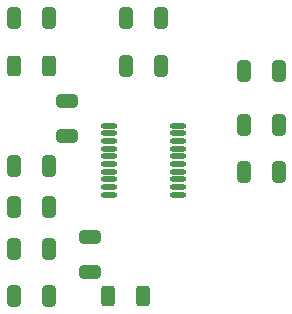
<source format=gbr>
%TF.GenerationSoftware,KiCad,Pcbnew,8.0.6*%
%TF.CreationDate,2025-11-11T21:27:36-08:00*%
%TF.ProjectId,I2S_Dac,4932535f-4461-4632-9e6b-696361645f70,rev?*%
%TF.SameCoordinates,Original*%
%TF.FileFunction,Paste,Top*%
%TF.FilePolarity,Positive*%
%FSLAX46Y46*%
G04 Gerber Fmt 4.6, Leading zero omitted, Abs format (unit mm)*
G04 Created by KiCad (PCBNEW 8.0.6) date 2025-11-11 21:27:36*
%MOMM*%
%LPD*%
G01*
G04 APERTURE LIST*
G04 Aperture macros list*
%AMRoundRect*
0 Rectangle with rounded corners*
0 $1 Rounding radius*
0 $2 $3 $4 $5 $6 $7 $8 $9 X,Y pos of 4 corners*
0 Add a 4 corners polygon primitive as box body*
4,1,4,$2,$3,$4,$5,$6,$7,$8,$9,$2,$3,0*
0 Add four circle primitives for the rounded corners*
1,1,$1+$1,$2,$3*
1,1,$1+$1,$4,$5*
1,1,$1+$1,$6,$7*
1,1,$1+$1,$8,$9*
0 Add four rect primitives between the rounded corners*
20,1,$1+$1,$2,$3,$4,$5,0*
20,1,$1+$1,$4,$5,$6,$7,0*
20,1,$1+$1,$6,$7,$8,$9,0*
20,1,$1+$1,$8,$9,$2,$3,0*%
G04 Aperture macros list end*
%ADD10O,1.400000X0.449999*%
%ADD11RoundRect,0.250000X-0.312500X-0.625000X0.312500X-0.625000X0.312500X0.625000X-0.312500X0.625000X0*%
%ADD12RoundRect,0.250000X-0.650000X0.325000X-0.650000X-0.325000X0.650000X-0.325000X0.650000X0.325000X0*%
%ADD13RoundRect,0.250000X-0.325000X-0.650000X0.325000X-0.650000X0.325000X0.650000X-0.325000X0.650000X0*%
%ADD14RoundRect,0.250000X0.325000X0.650000X-0.325000X0.650000X-0.325000X-0.650000X0.325000X-0.650000X0*%
G04 APERTURE END LIST*
D10*
%TO.C,U1*%
X125550001Y-74075002D03*
X125550001Y-74725003D03*
X125550001Y-75375002D03*
X125550001Y-76025003D03*
X125550001Y-76675002D03*
X125550001Y-77325003D03*
X125550001Y-77975002D03*
X125550001Y-78625003D03*
X125550001Y-79275002D03*
X125550001Y-79925003D03*
X131450002Y-79925003D03*
X131450002Y-79275002D03*
X131450002Y-78625003D03*
X131450002Y-77975002D03*
X131450002Y-77325003D03*
X131450002Y-76675002D03*
X131450002Y-76025003D03*
X131450002Y-75375002D03*
X131450002Y-74725003D03*
X131450002Y-74075002D03*
%TD*%
D11*
%TO.C,R2*%
X117575000Y-69000000D03*
X120500000Y-69000000D03*
%TD*%
%TO.C,R1*%
X125537500Y-88500000D03*
X128462500Y-88500000D03*
%TD*%
D12*
%TO.C,C12*%
X124000000Y-86475000D03*
X124000000Y-83525000D03*
%TD*%
D13*
%TO.C,C11*%
X137025000Y-74000000D03*
X139975000Y-74000000D03*
%TD*%
%TO.C,C10*%
X137025000Y-78000000D03*
X139975000Y-78000000D03*
%TD*%
%TO.C,C9*%
X137025000Y-69500000D03*
X139975000Y-69500000D03*
%TD*%
%TO.C,C8*%
X117525000Y-77500000D03*
X120475000Y-77500000D03*
%TD*%
D12*
%TO.C,C7*%
X122000000Y-72025000D03*
X122000000Y-74975000D03*
%TD*%
D13*
%TO.C,C6*%
X127050000Y-69000000D03*
X130000000Y-69000000D03*
%TD*%
D14*
%TO.C,C5*%
X130000000Y-65000000D03*
X127050000Y-65000000D03*
%TD*%
D13*
%TO.C,C4*%
X117525000Y-65000000D03*
X120475000Y-65000000D03*
%TD*%
%TO.C,C3*%
X117550000Y-88500000D03*
X120500000Y-88500000D03*
%TD*%
%TO.C,C2*%
X120500000Y-84500000D03*
X117550000Y-84500000D03*
%TD*%
D14*
%TO.C,C1*%
X120500000Y-81000000D03*
X117550000Y-81000000D03*
%TD*%
M02*

</source>
